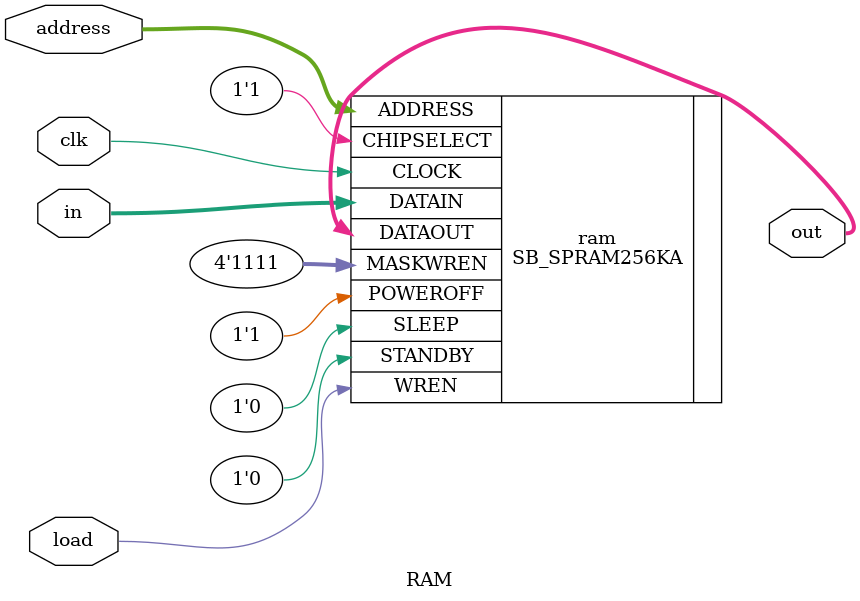
<source format=v>
`default_nettype none
`timescale 1ps / 1ps

module RAM (
  input clk,
  input load,
  input [13:0] address,
  input [15:0] in,
  output [15:0] out
);

SB_SPRAM256KA ram (
  .CLOCK(clk),
  .CHIPSELECT(1'b1),
  .ADDRESS(address),
  .WREN(load),
  .MASKWREN(4'b1111),
  .DATAIN(in),
  .STANDBY(1'b0),
  .SLEEP(1'b0),
  .POWEROFF(1'b1),
  .DATAOUT(out)
);

endmodule

</source>
